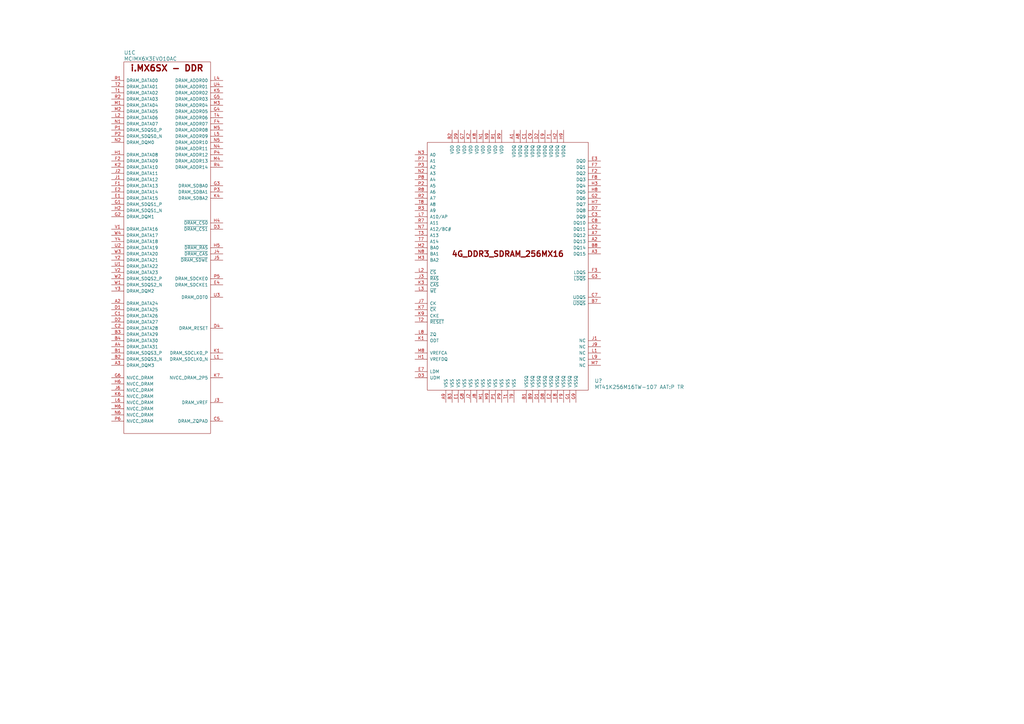
<source format=kicad_sch>
(kicad_sch (version 20210126) (generator eeschema)
  (paper "A3")
  (lib_symbols
    (symbol "symbol:4G_DDR3_SDRAM_256MX16" (pin_names (offset 1.016))
      (property "Reference" "U" (at 0 20.32 0))
      (property "Value" "4G_DDR3_SDRAM_256MX16" (at 7.62 17.78 0))
      (property "Category" "IC" (at 0 0 0))
      (symbol "4G_DDR3_SDRAM_256MX16_0_0"
        (text "4G_DDR3_SDRAM_256MX16" (at 38.1 -40.64 0) (effects (font (size 2.286 2.286) bold)))
      )
      (symbol "4G_DDR3_SDRAM_256MX16_1_1"
        (rectangle (start 5.08 5.08) (end 71.12 -96.52))
        (pin passive line (at 40.64 10.16 270) (length 5.08) (name "VDDQ") (number "A1"))
        (pin passive line (at 76.2 -35.56 180) (length 5.08) (name "DQ13") (number "A2"))
        (pin passive line (at 76.2 -40.64 180) (length 5.08) (name "DQ15") (number "A3"))
        (pin passive line (at 76.2 -33.02 180) (length 5.08) (name "DQ12") (number "A7"))
        (pin passive line (at 43.18 10.16 270) (length 5.08) (name "VDDQ") (number "A8"))
        (pin passive line (at 12.7 -101.6 90) (length 5.08) (name "VSS") (number "A9"))
        (pin passive line (at 45.72 -101.6 90) (length 5.08) (name "VSSQ") (number "B1"))
        (pin passive line (at 15.24 10.16 270) (length 5.08) (name "VDD") (number "B2"))
        (pin passive line (at 15.24 -101.6 90) (length 5.08) (name "VSS") (number "B3"))
        (pin passive line (at 76.2 -60.96 180) (length 5.08) (name "~UDQS") (number "B7"))
        (pin passive line (at 76.2 -38.1 180) (length 5.08) (name "DQ14") (number "B8"))
        (pin passive line (at 48.26 -101.6 90) (length 5.08) (name "VSSQ") (number "B9"))
        (pin passive line (at 45.72 10.16 270) (length 5.08) (name "VDDQ") (number "C1"))
        (pin passive line (at 76.2 -30.48 180) (length 5.08) (name "DQ11") (number "C2"))
        (pin passive line (at 76.2 -25.4 180) (length 5.08) (name "DQ9") (number "C3"))
        (pin passive line (at 76.2 -58.42 180) (length 5.08) (name "UDQS") (number "C7"))
        (pin passive line (at 76.2 -27.94 180) (length 5.08) (name "DQ10") (number "C8"))
        (pin passive line (at 48.26 10.16 270) (length 5.08) (name "VDDQ") (number "C9"))
        (pin passive line (at 50.8 -101.6 90) (length 5.08) (name "VSSQ") (number "D1"))
        (pin passive line (at 50.8 10.16 270) (length 5.08) (name "VDDQ") (number "D2"))
        (pin passive line (at 0 -91.44 0) (length 5.08) (name "UDM") (number "D3"))
        (pin passive line (at 76.2 -22.86 180) (length 5.08) (name "DQ8") (number "D7"))
        (pin passive line (at 53.34 -101.6 90) (length 5.08) (name "VSSQ") (number "D8"))
        (pin passive line (at 17.78 10.16 270) (length 5.08) (name "VDD") (number "D9"))
        (pin passive line (at 17.78 -101.6 90) (length 5.08) (name "VSS") (number "E1"))
        (pin passive line (at 55.88 -101.6 90) (length 5.08) (name "VSSQ") (number "E2"))
        (pin passive line (at 76.2 -2.54 180) (length 5.08) (name "DQ0") (number "E3"))
        (pin passive line (at 0 -88.9 0) (length 5.08) (name "LDM") (number "E7"))
        (pin passive line (at 58.42 -101.6 90) (length 5.08) (name "VSSQ") (number "E8"))
        (pin passive line (at 53.34 10.16 270) (length 5.08) (name "VDDQ") (number "E9"))
        (pin passive line (at 55.88 10.16 270) (length 5.08) (name "VDDQ") (number "F1"))
        (pin passive line (at 76.2 -7.62 180) (length 5.08) (name "DQ2") (number "F2"))
        (pin passive line (at 76.2 -48.26 180) (length 5.08) (name "LDQS") (number "F3"))
        (pin passive line (at 76.2 -5.08 180) (length 5.08) (name "DQ1") (number "F7"))
        (pin passive line (at 76.2 -10.16 180) (length 5.08) (name "DQ3") (number "F8"))
        (pin passive line (at 60.96 -101.6 90) (length 5.08) (name "VSSQ") (number "F9"))
        (pin passive line (at 63.5 -101.6 90) (length 5.08) (name "VSSQ") (number "G1"))
        (pin passive line (at 76.2 -17.78 180) (length 5.08) (name "DQ6") (number "G2"))
        (pin passive line (at 76.2 -50.8 180) (length 5.08) (name "~LDQS") (number "G3"))
        (pin passive line (at 20.32 10.16 270) (length 5.08) (name "VDD") (number "G7"))
        (pin passive line (at 20.32 -101.6 90) (length 5.08) (name "VSS") (number "G8"))
        (pin passive line (at 66.04 -101.6 90) (length 5.08) (name "VSSQ") (number "G9"))
        (pin passive line (at 0 -83.82 0) (length 5.08) (name "VREFDQ") (number "H1"))
        (pin passive line (at 58.42 10.16 270) (length 5.08) (name "VDDQ") (number "H2"))
        (pin passive line (at 76.2 -12.7 180) (length 5.08) (name "DQ4") (number "H3"))
        (pin passive line (at 76.2 -20.32 180) (length 5.08) (name "DQ7") (number "H7"))
        (pin passive line (at 76.2 -15.24 180) (length 5.08) (name "DQ5") (number "H8"))
        (pin passive line (at 60.96 10.16 270) (length 5.08) (name "VDDQ") (number "H9"))
        (pin passive line (at 76.2 -76.2 180) (length 5.08) (name "NC") (number "J1"))
        (pin passive line (at 22.86 -101.6 90) (length 5.08) (name "VSS") (number "J2"))
        (pin passive line (at 0 -50.8 0) (length 5.08) (name "~RAS") (number "J3"))
        (pin passive line (at 0 -60.96 0) (length 5.08) (name "CK") (number "J7"))
        (pin passive line (at 25.4 -101.6 90) (length 5.08) (name "VSS") (number "J8"))
        (pin passive line (at 76.2 -78.74 180) (length 5.08) (name "NC") (number "J9"))
        (pin passive line (at 0 -76.2 0) (length 5.08) (name "ODT") (number "K1"))
        (pin passive line (at 22.86 10.16 270) (length 5.08) (name "VDD") (number "K2"))
        (pin passive line (at 0 -53.34 0) (length 5.08) (name "~CAS") (number "K3"))
        (pin passive line (at 0 -63.5 0) (length 5.08) (name "~CK") (number "K7"))
        (pin passive line (at 25.4 10.16 270) (length 5.08) (name "VDD") (number "K8"))
        (pin passive line (at 0 -66.04 0) (length 5.08) (name "CKE") (number "K9"))
        (pin passive line (at 76.2 -81.28 180) (length 5.08) (name "NC") (number "L1"))
        (pin passive line (at 0 -48.26 0) (length 5.08) (name "~CS") (number "L2"))
        (pin passive line (at 0 -55.88 0) (length 5.08) (name "~WE") (number "L3"))
        (pin passive line (at 0 -25.4 0) (length 5.08) (name "A10/AP") (number "L7"))
        (pin passive line (at 0 -73.66 0) (length 5.08) (name "ZQ") (number "L8"))
        (pin passive line (at 76.2 -83.82 180) (length 5.08) (name "NC") (number "L9"))
        (pin passive line (at 27.94 -101.6 90) (length 5.08) (name "VSS") (number "M1"))
        (pin passive line (at 0 -38.1 0) (length 5.08) (name "BA0") (number "M2"))
        (pin passive line (at 0 -43.18 0) (length 5.08) (name "BA2") (number "M3"))
        (pin passive line (at 76.2 -86.36 180) (length 5.08) (name "NC") (number "M7"))
        (pin passive line (at 0 -81.28 0) (length 5.08) (name "VREFCA") (number "M8"))
        (pin passive line (at 30.48 -101.6 90) (length 5.08) (name "VSS") (number "M9"))
        (pin passive line (at 27.94 10.16 270) (length 5.08) (name "VDD") (number "N1"))
        (pin passive line (at 0 -7.62 0) (length 5.08) (name "A3") (number "N2"))
        (pin passive line (at 0 0 0) (length 5.08) (name "A0") (number "N3"))
        (pin passive line (at 0 -30.48 0) (length 5.08) (name "A12/BC#") (number "N7"))
        (pin passive line (at 0 -40.64 0) (length 5.08) (name "BA1") (number "N8"))
        (pin passive line (at 30.48 10.16 270) (length 5.08) (name "VDD") (number "N9"))
        (pin passive line (at 33.02 -101.6 90) (length 5.08) (name "VSS") (number "P1"))
        (pin passive line (at 0 -12.7 0) (length 5.08) (name "A5") (number "P2"))
        (pin passive line (at 0 -5.08 0) (length 5.08) (name "A2") (number "P3"))
        (pin passive line (at 0 -2.54 0) (length 5.08) (name "A1") (number "P7"))
        (pin passive line (at 0 -10.16 0) (length 5.08) (name "A4") (number "P8"))
        (pin passive line (at 35.56 -101.6 90) (length 5.08) (name "VSS") (number "P9"))
        (pin passive line (at 33.02 10.16 270) (length 5.08) (name "VDD") (number "R1"))
        (pin passive line (at 0 -17.78 0) (length 5.08) (name "A7") (number "R2"))
        (pin passive line (at 0 -22.86 0) (length 5.08) (name "A9") (number "R3"))
        (pin passive line (at 0 -27.94 0) (length 5.08) (name "A11") (number "R7"))
        (pin passive line (at 0 -15.24 0) (length 5.08) (name "A6") (number "R8"))
        (pin passive line (at 35.56 10.16 270) (length 5.08) (name "VDD") (number "R9"))
        (pin passive line (at 38.1 -101.6 90) (length 5.08) (name "VSS") (number "T1"))
        (pin passive line (at 0 -68.58 0) (length 5.08) (name "~RESET") (number "T2"))
        (pin passive line (at 0 -33.02 0) (length 5.08) (name "A13") (number "T3"))
        (pin passive line (at 0 -35.56 0) (length 5.08) (name "A14") (number "T7"))
        (pin passive line (at 0 -20.32 0) (length 5.08) (name "A8") (number "T8"))
        (pin passive line (at 40.64 -101.6 90) (length 5.08) (name "VSS") (number "T9"))
      )
    )
    (symbol "symbol:iMX6SoloX_17x17_NP_BGA400" (pin_names (offset 1.016))
      (property "Reference" "U" (at 5.08 6.35 0))
      (property "Value" "iMX6SoloX_17x17_NP_BGA400" (at 5.08 3.81 0))
      (symbol "iMX6SoloX_17x17_NP_BGA400_1_0"
        (text "i.MX6SX - POWER" (at 7.62 0 0) (effects (font (size 2.54 2.54) bold) (justify left)))
        (text "LDO_1P1" (at 35.56 -78.74 0) (effects (font (size 1.27 1.27))))
        (text "LDO_2P5" (at 35.56 -71.12 0) (effects (font (size 1.27 1.27))))
        (text "LDO_ARM" (at 33.02 -10.16 0) (effects (font (size 1.27 1.27))))
        (text "LDO_PCIE" (at 35.56 -63.5 0) (effects (font (size 1.27 1.27))))
        (text "LDO_SNSV" (at 35.56 -86.36 0) (effects (font (size 1.27 1.27))))
        (text "LDO_SOC" (at 33.02 -35.56 0) (effects (font (size 1.27 1.27))))
        (rectangle (start 27.94 -33.02) (end 38.1 -38.1) (stroke (width 0.0006)))
        (rectangle (start 27.94 -7.62) (end 38.1 -12.7) (stroke (width 0.0006)))
        (rectangle (start 30.48 -83.82) (end 40.64 -88.9) (stroke (width 0.0006)))
        (rectangle (start 30.48 -76.2) (end 40.64 -81.28) (stroke (width 0.0006)))
        (rectangle (start 30.48 -68.58) (end 40.64 -73.66) (stroke (width 0.0006)))
        (rectangle (start 30.48 -60.96) (end 40.64 -66.04) (stroke (width 0.0006)))
        (polyline (pts (xy 20.32 -86.36) (xy 30.48 -86.36)) (stroke (width 0.0006)))
        (polyline (pts (xy 20.32 -71.12) (xy 30.48 -71.12)) (stroke (width 0.0006)))
        (polyline (pts (xy 20.32 -35.56) (xy 27.94 -35.56)) (stroke (width 0.0006)))
        (polyline (pts (xy 20.32 -10.16) (xy 27.94 -10.16)) (stroke (width 0.0006)))
        (polyline (pts (xy 22.86 -78.74) (xy 22.86 -71.12)) (stroke (width 0.0006)))
        (polyline (pts (xy 22.86 -78.74) (xy 30.48 -78.74)) (stroke (width 0.0006)))
        (polyline (pts (xy 22.86 -63.5) (xy 22.86 -35.56)) (stroke (width 0.0006)))
        (polyline (pts (xy 22.86 -63.5) (xy 30.48 -63.5)) (stroke (width 0.0006)))
        (polyline (pts (xy 38.1 -35.56) (xy 45.72 -35.56)) (stroke (width 0.0006)))
        (polyline (pts (xy 38.1 -10.16) (xy 45.72 -10.16)) (stroke (width 0.0006)))
        (polyline (pts (xy 40.64 -86.36) (xy 48.26 -86.36)) (stroke (width 0.0006)))
        (polyline (pts (xy 40.64 -78.74) (xy 48.26 -78.74)) (stroke (width 0.0006)))
        (polyline (pts (xy 40.64 -71.12) (xy 45.72 -71.12)) (stroke (width 0.0006)))
        (polyline (pts (xy 40.64 -63.5) (xy 48.26 -63.5)) (stroke (width 0.0006)))
        (polyline (pts (xy 17.78 -66.04) (xy 20.32 -66.04) (xy 20.32 -76.2) (xy 17.78 -76.2)) (stroke (width 0.0006)))
        (polyline (pts (xy 17.78 -27.94) (xy 20.32 -27.94) (xy 20.32 -48.26) (xy 17.78 -48.26)) (stroke (width 0.0006)))
        (polyline (pts (xy 17.78 -5.08) (xy 20.32 -5.08) (xy 20.32 -17.78) (xy 17.78 -17.78)) (stroke (width 0.0006)))
        (polyline (pts (xy 48.26 -68.58) (xy 45.72 -68.58) (xy 45.72 -73.66) (xy 48.26 -73.66)) (stroke (width 0.0006)))
        (polyline (pts (xy 48.26 -27.94) (xy 45.72 -27.94) (xy 45.72 -58.42) (xy 48.26 -58.42)) (stroke (width 0.0006)))
        (polyline (pts (xy 48.26 -2.54) (xy 45.72 -2.54) (xy 45.72 -22.86) (xy 48.26 -22.86)) (stroke (width 0.0006)))
        (polyline (pts (xy 25.4 -34.29) (xy 27.94 -35.56) (xy 25.4 -36.83) (xy 25.4 -34.29)) (stroke (width 0.0006)) (fill (type outline)))
        (polyline (pts (xy 25.4 -8.89) (xy 27.94 -10.16) (xy 25.4 -11.43) (xy 25.4 -8.89)) (stroke (width 0.0006)) (fill (type outline)))
        (polyline (pts (xy 27.94 -85.09) (xy 30.48 -86.36) (xy 27.94 -87.63) (xy 27.94 -85.09)) (stroke (width 0.0006)) (fill (type outline)))
        (polyline (pts (xy 27.94 -77.47) (xy 30.48 -78.74) (xy 27.94 -80.01) (xy 27.94 -77.47)) (stroke (width 0.0006)) (fill (type outline)))
        (polyline (pts (xy 27.94 -69.85) (xy 30.48 -71.12) (xy 27.94 -72.39) (xy 27.94 -69.85)) (stroke (width 0.0006)) (fill (type outline)))
        (polyline (pts (xy 27.94 -62.23) (xy 30.48 -63.5) (xy 27.94 -64.77) (xy 27.94 -62.23)) (stroke (width 0.0006)) (fill (type outline)))
        (polyline (pts (xy 45.72 -71.12) (xy 43.18 -69.85) (xy 43.18 -72.39) (xy 45.72 -71.12)) (stroke (width 0.0006)) (fill (type outline)))
        (polyline (pts (xy 45.72 -35.56) (xy 43.18 -34.29) (xy 43.18 -36.83) (xy 45.72 -35.56)) (stroke (width 0.0006)) (fill (type outline)))
        (polyline (pts (xy 45.72 -10.16) (xy 43.18 -8.89) (xy 43.18 -11.43) (xy 45.72 -10.16)) (stroke (width 0.0006)) (fill (type outline)))
        (polyline (pts (xy 48.26 -86.36) (xy 45.72 -85.09) (xy 45.72 -87.63) (xy 48.26 -86.36)) (stroke (width 0.0006)) (fill (type outline)))
        (polyline (pts (xy 48.26 -63.5) (xy 45.72 -62.23) (xy 45.72 -64.77) (xy 48.26 -63.5)) (stroke (width 0.0006)) (fill (type outline)))
        (polyline (pts (xy 50.8 -78.74) (xy 48.26 -77.47) (xy 48.26 -80.01) (xy 50.8 -78.74)) (stroke (width 0.0006)) (fill (type outline)))
      )
      (symbol "iMX6SoloX_17x17_NP_BGA400_1_1"
        (rectangle (start 5.08 2.54) (end 63.5 -182.88))
        (pin passive line (at 0 -93.98 0) (length 5.08) (name "GND") (number "A1"))
        (pin passive line (at 0 -96.52 0) (length 5.08) (name "GND") (number "A20"))
        (pin passive line (at 68.58 -2.54 180) (length 5.08) (name "VDD_ARM_CAP") (number "C16"))
        (pin passive line (at 0 -104.14 0) (length 5.08) (name "GND") (number "C18"))
        (pin passive line (at 0 -99.06 0) (length 5.08) (name "GND") (number "C3"))
        (pin passive line (at 0 -101.6 0) (length 5.08) (name "GND") (number "C4"))
        (pin passive line (at 0 -27.94 0) (length 5.08) (name "VDD_SOC_IN") (number "C7"))
        (pin passive line (at 0 -30.48 0) (length 5.08) (name "VDD_SOC_IN") (number "C8"))
        (pin passive line (at 0 -111.76 0) (length 5.08) (name "GND") (number "D12"))
        (pin passive line (at 0 -114.3 0) (length 5.08) (name "GND") (number "D15"))
        (pin passive line (at 68.58 -5.08 180) (length 5.08) (name "VDD_ARM_CAP") (number "D16"))
        (pin passive line (at 0 -106.68 0) (length 5.08) (name "GND") (number "D6"))
        (pin passive line (at 0 -109.22 0) (length 5.08) (name "GND") (number "D9"))
        (pin passive line (at 0 -116.84 0) (length 5.08) (name "GND") (number "E3"))
        (pin passive line (at 0 -124.46 0) (length 5.08) (name "GND") (number "F17"))
        (pin passive line (at 0 -119.38 0) (length 5.08) (name "GND") (number "F3"))
        (pin passive line (at 0 -121.92 0) (length 5.08) (name "GND") (number "F5"))
        (pin passive line (at 0 -134.62 0) (length 5.08) (name "GND") (number "G10"))
        (pin passive line (at 0 -137.16 0) (length 5.08) (name "GND") (number "G11"))
        (pin passive line (at 0 -139.7 0) (length 5.08) (name "GND") (number "G12"))
        (pin passive line (at 0 -142.24 0) (length 5.08) (name "GND") (number "G13"))
        (pin passive line (at 0 -144.78 0) (length 5.08) (name "GND") (number "G14"))
        (pin passive line (at 0 -127 0) (length 5.08) (name "GND") (number "G7"))
        (pin passive line (at 0 -129.54 0) (length 5.08) (name "GND") (number "G8"))
        (pin passive line (at 0 -132.08 0) (length 5.08) (name "GND") (number "G9"))
        (pin passive line (at 68.58 -7.62 180) (length 5.08) (name "VDD_ARM_CAP") (number "H10"))
        (pin passive line (at 68.58 -10.16 180) (length 5.08) (name "VDD_ARM_CAP") (number "H11"))
        (pin passive line (at 68.58 -12.7 180) (length 5.08) (name "VDD_ARM_CAP") (number "H12"))
        (pin passive line (at 68.58 -15.24 180) (length 5.08) (name "VDD_ARM_CAP") (number "H13"))
        (pin passive line (at 0 -152.4 0) (length 5.08) (name "GND") (number "H14"))
        (pin passive line (at 0 -5.08 0) (length 5.08) (name "VDD_ARM_IN") (number "H18"))
        (pin passive line (at 0 -147.32 0) (length 5.08) (name "GND") (number "H3"))
        (pin passive line (at 0 -149.86 0) (length 5.08) (name "GND") (number "H7"))
        (pin passive line (at 68.58 -27.94 180) (length 5.08) (name "VDD_SOC_CAP") (number "H8"))
        (pin passive line (at 68.58 -30.48 180) (length 5.08) (name "VDD_SOC_CAP") (number "H9"))
        (pin passive line (at 0 -7.62 0) (length 5.08) (name "VDD_ARM_IN") (number "J10"))
        (pin passive line (at 0 -10.16 0) (length 5.08) (name "VDD_ARM_IN") (number "J11"))
        (pin passive line (at 0 -12.7 0) (length 5.08) (name "VDD_ARM_IN") (number "J12"))
        (pin passive line (at 68.58 -17.78 180) (length 5.08) (name "VDD_ARM_CAP") (number "J13"))
        (pin passive line (at 0 -157.48 0) (length 5.08) (name "GND") (number "J14"))
        (pin passive line (at 0 -160.02 0) (length 5.08) (name "GND") (number "J17"))
        (pin passive line (at 0 -154.94 0) (length 5.08) (name "GND") (number "J7"))
        (pin passive line (at 68.58 -33.02 180) (length 5.08) (name "VDD_SOC_CAP") (number "J8"))
        (pin passive line (at 0 -33.02 0) (length 5.08) (name "VDD_SOC_IN") (number "J9"))
        (pin passive line (at 0 -165.1 0) (length 5.08) (name "GND") (number "K10"))
        (pin passive line (at 0 -167.64 0) (length 5.08) (name "GND") (number "K11"))
        (pin passive line (at 0 -15.24 0) (length 5.08) (name "VDD_ARM_IN") (number "K12"))
        (pin passive line (at 68.58 -20.32 180) (length 5.08) (name "VDD_ARM_CAP") (number "K13"))
        (pin passive line (at 0 -170.18 0) (length 5.08) (name "GND") (number "K14"))
        (pin passive line (at 0 -162.56 0) (length 5.08) (name "GND") (number "K3"))
        (pin passive line (at 68.58 -35.56 180) (length 5.08) (name "VDD_SOC_CAP") (number "K8"))
        (pin passive line (at 0 -35.56 0) (length 5.08) (name "VDD_SOC_IN") (number "K9"))
        (pin passive line (at 0 -177.8 0) (length 5.08) (name "GND") (number "L10"))
        (pin passive line (at 68.58 -93.98 180) (length 5.08) (name "GND") (number "L11"))
        (pin passive line (at 0 -17.78 0) (length 5.08) (name "VDD_ARM_IN") (number "L12"))
        (pin passive line (at 68.58 -22.86 180) (length 5.08) (name "VDD_ARM_CAP") (number "L13"))
        (pin passive line (at 68.58 -96.52 180) (length 5.08) (name "GND") (number "L14"))
        (pin passive line (at 68.58 -63.5 180) (length 5.08) (name "PCIE_VP_CAP") (number "L18"))
        (pin passive line (at 0 -172.72 0) (length 5.08) (name "GND") (number "L3"))
        (pin passive line (at 0 -175.26 0) (length 5.08) (name "GND") (number "L7"))
        (pin passive line (at 68.58 -38.1 180) (length 5.08) (name "VDD_SOC_CAP") (number "L8"))
        (pin passive line (at 0 -38.1 0) (length 5.08) (name "VDD_SOC_IN") (number "L9"))
        (pin passive line (at 0 -43.18 0) (length 5.08) (name "VDD_SOC_IN") (number "M10"))
        (pin passive line (at 0 -45.72 0) (length 5.08) (name "VDD_SOC_IN") (number "M11"))
        (pin passive line (at 0 -48.26 0) (length 5.08) (name "VDD_SOC_IN") (number "M12"))
        (pin passive line (at 68.58 -43.18 180) (length 5.08) (name "VDD_SOC_CAP") (number "M13"))
        (pin passive line (at 68.58 -101.6 180) (length 5.08) (name "GND") (number "M14"))
        (pin passive line (at 68.58 -104.14 180) (length 5.08) (name "GND") (number "M17"))
        (pin passive line (at 68.58 -99.06 180) (length 5.08) (name "GND") (number "M7"))
        (pin passive line (at 68.58 -40.64 180) (length 5.08) (name "VDD_SOC_CAP") (number "M8"))
        (pin passive line (at 0 -40.64 0) (length 5.08) (name "VDD_SOC_IN") (number "M9"))
        (pin passive line (at 68.58 -50.8 180) (length 5.08) (name "VDD_SOC_CAP") (number "N10"))
        (pin passive line (at 68.58 -53.34 180) (length 5.08) (name "VDD_SOC_CAP") (number "N11"))
        (pin passive line (at 68.58 -55.88 180) (length 5.08) (name "VDD_SOC_CAP") (number "N12"))
        (pin passive line (at 68.58 -111.76 180) (length 5.08) (name "GND") (number "N13"))
        (pin passive line (at 68.58 -68.58 180) (length 5.08) (name "VDD_HIGH_CAP") (number "N17"))
        (pin passive line (at 68.58 -73.66 180) (length 5.08) (name "VDD_HIGH_CAP") (number "N18"))
        (pin passive line (at 68.58 -106.68 180) (length 5.08) (name "GND") (number "N3"))
        (pin passive line (at 68.58 -109.22 180) (length 5.08) (name "GND") (number "N7"))
        (pin passive line (at 68.58 -45.72 180) (length 5.08) (name "VDD_SOC_CAP") (number "N8"))
        (pin passive line (at 68.58 -48.26 180) (length 5.08) (name "VDD_SOC_CAP") (number "N9"))
        (pin passive line (at 68.58 -121.92 180) (length 5.08) (name "GND") (number "P10"))
        (pin passive line (at 68.58 -124.46 180) (length 5.08) (name "GND") (number "P11"))
        (pin passive line (at 68.58 -127 180) (length 5.08) (name "GND") (number "P12"))
        (pin passive line (at 68.58 -177.8 180) (length 5.08) (name "NGND_KEL0") (number "P13"))
        (pin passive line (at 0 -68.58 0) (length 5.08) (name "VDD_HIGH_IN") (number "P17"))
        (pin passive line (at 0 -73.66 0) (length 5.08) (name "VDD_HIGH_IN") (number "P18"))
        (pin passive line (at 68.58 -114.3 180) (length 5.08) (name "GND") (number "P7"))
        (pin passive line (at 68.58 -116.84 180) (length 5.08) (name "GND") (number "P8"))
        (pin passive line (at 68.58 -119.38 180) (length 5.08) (name "GND") (number "P9"))
        (pin passive line (at 68.58 -134.62 180) (length 5.08) (name "GND") (number "R17"))
        (pin passive line (at 0 -86.36 0) (length 5.08) (name "VDD_SNVS_IN") (number "R18"))
        (pin passive line (at 68.58 -137.16 180) (length 5.08) (name "GND") (number "R19"))
        (pin passive line (at 68.58 -139.7 180) (length 5.08) (name "GND") (number "R20"))
        (pin passive line (at 68.58 -129.54 180) (length 5.08) (name "GND") (number "R3"))
        (pin passive line (at 68.58 -132.08 180) (length 5.08) (name "GND") (number "R5"))
        (pin passive line (at 68.58 -86.36 180) (length 5.08) (name "VDD_SNVS_CAP") (number "T18"))
        (pin passive line (at 68.58 -142.24 180) (length 5.08) (name "GND") (number "T3"))
        (pin passive line (at 68.58 -149.86 180) (length 5.08) (name "GND") (number "U12"))
        (pin passive line (at 68.58 -152.4 180) (length 5.08) (name "GND") (number "U15"))
        (pin passive line (at 68.58 -78.74 180) (length 5.08) (name "NVCC_PLL") (number "U18"))
        (pin passive line (at 68.58 -154.94 180) (length 5.08) (name "GND") (number "U19"))
        (pin passive line (at 68.58 -157.48 180) (length 5.08) (name "GND") (number "U20"))
        (pin passive line (at 68.58 -144.78 180) (length 5.08) (name "GND") (number "U6"))
        (pin passive line (at 68.58 -147.32 180) (length 5.08) (name "GND") (number "U9"))
        (pin passive line (at 68.58 -165.1 180) (length 5.08) (name "GND") (number "V18"))
        (pin passive line (at 68.58 -160.02 180) (length 5.08) (name "GND") (number "V3"))
        (pin passive line (at 68.58 -162.56 180) (length 5.08) (name "GND") (number "V4"))
        (pin passive line (at 68.58 -58.42 180) (length 5.08) (name "VDD_SOC_CAP") (number "V8"))
        (pin passive line (at 68.58 -167.64 180) (length 5.08) (name "GND") (number "W18"))
        (pin passive line (at 68.58 -170.18 180) (length 5.08) (name "GND") (number "Y1"))
        (pin passive line (at 68.58 -172.72 180) (length 5.08) (name "GND") (number "Y18"))
        (pin passive line (at 68.58 -175.26 180) (length 5.08) (name "GND") (number "Y20"))
      )
      (symbol "iMX6SoloX_17x17_NP_BGA400_2_0"
        (text "i.MX6SX - CONTROL" (at 7.62 0 0) (effects (font (size 2.54 2.54) bold) (justify left)))
        (polyline (pts (xy 15.24 -50.8) (xy 20.32 -50.8) (xy 20.32 -66.04) (xy 15.24 -66.04)) (stroke (width 0.0006)))
        (polyline (pts (xy 15.24 -38.1) (xy 20.32 -38.1) (xy 20.32 -48.26) (xy 15.24 -48.26)) (stroke (width 0.0006)))
        (polyline (pts (xy 25.4 -5.08) (xy 30.48 -5.08) (xy 30.48 -33.02) (xy 25.4 -33.02)) (stroke (width 0.0006)))
        (polyline (pts (xy 38.1 -50.8) (xy 33.02 -50.8) (xy 33.02 -66.04) (xy 38.1 -66.04)) (stroke (width 0.0006)))
        (polyline (pts (xy 38.1 -25.4) (xy 33.02 -25.4) (xy 33.02 -40.64) (xy 38.1 -40.64)) (stroke (width 0.0006)))
        (polyline (pts (xy 38.1 -10.16) (xy 33.02 -10.16) (xy 33.02 -22.86) (xy 38.1 -22.86)) (stroke (width 0.0006)))
      )
      (symbol "iMX6SoloX_17x17_NP_BGA400_2_1"
        (text "NVCC_JTAG" (at 35.56 -16.51 900) (effects (font (size 1.27 1.27))))
        (text "NVCC_PLL" (at 17.78 -43.18 900) (effects (font (size 1.27 1.27))))
        (text "VDD_NVCC_CAP" (at 17.78 -58.42 900) (effects (font (size 1.27 1.27))))
        (text "VDD_SNVS_IN" (at 27.94 -17.78 900) (effects (font (size 1.27 1.27))))
        (text "VDDHIGH_CAP" (at 35.56 -33.02 900) (effects (font (size 1.27 1.27))))
        (text "VDDHIGH_IN" (at 35.56 -58.42 900) (effects (font (size 1.27 1.27))))
        (rectangle (start 5.08 2.54) (end 50.8 -68.58))
        (pin passive line (at 0 -20.32 0) (length 5.08) (name "TEST_MODE") (number "N14"))
        (pin passive line (at 0 -12.7 0) (length 5.08) (name "BOOT_MODE0") (number "N15"))
        (pin passive line (at 0 -30.48 0) (length 5.08) (name "CCM_PMIC_STBY_REQ") (number "N16"))
        (pin passive line (at 0 -15.24 0) (length 5.08) (name "BOOT_MODE1") (number "P14"))
        (pin passive line (at 0 -25.4 0) (length 5.08) (name "SNVS_TAMPER") (number "P15"))
        (pin passive line (at 0 -33.02 0) (length 5.08) (name "SNVS_PMIC_ON_REQ") (number "P16"))
        (pin passive line (at 55.88 -30.48 180) (length 5.08) (name "CCM_CLK1_N") (number "P19"))
        (pin passive line (at 55.88 -35.56 180) (length 5.08) (name "CCM_CLK1_P") (number "P20"))
        (pin passive line (at 55.88 -15.24 180) (length 5.08) (name "JTAG_TDI") (number "R10"))
        (pin passive line (at 55.88 -5.08 180) (length 5.08) (name "NVCC_JTAG") (number "R11"))
        (pin passive line (at 0 -5.08 0) (length 5.08) (name "ONOFF") (number "R15"))
        (pin passive line (at 0 -7.62 0) (length 5.08) (name "~POR") (number "R16"))
        (pin passive line (at 55.88 -22.86 180) (length 5.08) (name "JTAG_MOD") (number "R7"))
        (pin passive line (at 55.88 -17.78 180) (length 5.08) (name "JTAG_TDO") (number "R8"))
        (pin passive line (at 55.88 -10.16 180) (length 5.08) (name "JTAG_TCK") (number "R9"))
        (pin passive line (at 55.88 -12.7 180) (length 5.08) (name "JTAG_TMS") (number "T10"))
        (pin passive line (at 55.88 -53.34 180) (length 5.08) (name "CCM_CLK2") (number "T14"))
        (pin passive line (at 55.88 -63.5 180) (length 5.08) (name "GPANAIO") (number "T15"))
        (pin passive line (at 0 -40.64 0) (length 5.08) (name "XTALI") (number "T19"))
        (pin passive line (at 0 -45.72 0) (length 5.08) (name "XTALO") (number "T20"))
        (pin passive line (at 55.88 -20.32 180) (length 5.08) (name "~JTAG_TRST") (number "T9"))
        (pin passive line (at 0 -55.88 0) (length 5.08) (name "RTC_XTALI") (number "V19"))
        (pin passive line (at 0 -60.96 0) (length 5.08) (name "RTC_XTALO") (number "V20"))
      )
      (symbol "iMX6SoloX_17x17_NP_BGA400_3_0"
        (text "i.MX6SX - DDR" (at 7.62 0 0) (effects (font (size 2.54 2.54) bold) (justify left)))
      )
      (symbol "iMX6SoloX_17x17_NP_BGA400_3_1"
        (rectangle (start 5.08 2.54) (end 40.64 -149.86))
        (pin passive line (at 0 -96.52 0) (length 5.08) (name "DRAM_DATA24") (number "A2"))
        (pin passive line (at 0 -121.92 0) (length 5.08) (name "DRAM_DQM3") (number "A3"))
        (pin passive line (at 0 -114.3 0) (length 5.08) (name "DRAM_DATA31") (number "A4"))
        (pin passive line (at 0 -116.84 0) (length 5.08) (name "DRAM_SDQS3_P") (number "B1"))
        (pin passive line (at 0 -119.38 0) (length 5.08) (name "DRAM_SDQS3_N") (number "B2"))
        (pin passive line (at 0 -109.22 0) (length 5.08) (name "DRAM_DATA29") (number "B3"))
        (pin passive line (at 0 -111.76 0) (length 5.08) (name "DRAM_DATA30") (number "B4"))
        (pin passive line (at 0 -101.6 0) (length 5.08) (name "DRAM_DATA26") (number "C1"))
        (pin passive line (at 0 -106.68 0) (length 5.08) (name "DRAM_DATA28") (number "C2"))
        (pin passive line (at 45.72 -144.78 180) (length 5.08) (name "DRAM_ZQPAD") (number "C5"))
        (pin passive line (at 0 -99.06 0) (length 5.08) (name "DRAM_DATA25") (number "D1"))
        (pin passive line (at 0 -104.14 0) (length 5.08) (name "DRAM_DATA27") (number "D2"))
        (pin passive line (at 45.72 -66.04 180) (length 5.08) (name "~DRAM_CS1") (number "D3"))
        (pin passive line (at 45.72 -106.68 180) (length 5.08) (name "DRAM_RESET") (number "D4"))
        (pin passive line (at 0 -53.34 0) (length 5.08) (name "DRAM_DATA15") (number "E1"))
        (pin passive line (at 0 -50.8 0) (length 5.08) (name "DRAM_DATA14") (number "E2"))
        (pin passive line (at 45.72 -88.9 180) (length 5.08) (name "DRAM_SDCKE1") (number "E4"))
        (pin passive line (at 0 -48.26 0) (length 5.08) (name "DRAM_DATA13") (number "F1"))
        (pin passive line (at 0 -38.1 0) (length 5.08) (name "DRAM_DATA09") (number "F2"))
        (pin passive line (at 45.72 -22.86 180) (length 5.08) (name "DRAM_ADDR07") (number "F4"))
        (pin passive line (at 0 -55.88 0) (length 5.08) (name "DRAM_SDQS1_P") (number "G1"))
        (pin passive line (at 0 -60.96 0) (length 5.08) (name "DRAM_DQM1") (number "G2"))
        (pin passive line (at 45.72 -48.26 180) (length 5.08) (name "DRAM_SDBA0") (number "G3"))
        (pin passive line (at 45.72 -17.78 180) (length 5.08) (name "DRAM_ADDR05") (number "G4"))
        (pin passive line (at 45.72 -12.7 180) (length 5.08) (name "DRAM_ADDR03") (number "G5"))
        (pin passive line (at 0 -127 0) (length 5.08) (name "NVCC_DRAM") (number "G6"))
        (pin passive line (at 0 -35.56 0) (length 5.08) (name "DRAM_DATA08") (number "H1"))
        (pin passive line (at 0 -58.42 0) (length 5.08) (name "DRAM_SDQS1_N") (number "H2"))
        (pin passive line (at 45.72 -63.5 180) (length 5.08) (name "~DRAM_CS0") (number "H4"))
        (pin passive line (at 45.72 -73.66 180) (length 5.08) (name "~DRAM_RAS") (number "H5"))
        (pin passive line (at 0 -129.54 0) (length 5.08) (name "NVCC_DRAM") (number "H6"))
        (pin passive line (at 0 -45.72 0) (length 5.08) (name "DRAM_DATA12") (number "J1"))
        (pin passive line (at 0 -43.18 0) (length 5.08) (name "DRAM_DATA11") (number "J2"))
        (pin passive line (at 45.72 -137.16 180) (length 5.08) (name "DRAM_VREF") (number "J3"))
        (pin passive line (at 45.72 -76.2 180) (length 5.08) (name "~DRAM_CAS") (number "J4"))
        (pin passive line (at 45.72 -78.74 180) (length 5.08) (name "~DRAM_SDWE") (number "J5"))
        (pin passive line (at 0 -132.08 0) (length 5.08) (name "NVCC_DRAM") (number "J6"))
        (pin passive line (at 45.72 -116.84 180) (length 5.08) (name "DRAM_SDCLK0_P") (number "K1"))
        (pin passive line (at 0 -40.64 0) (length 5.08) (name "DRAM_DATA10") (number "K2"))
        (pin passive line (at 45.72 -53.34 180) (length 5.08) (name "DRAM_SDBA2") (number "K4"))
        (pin passive line (at 45.72 -10.16 180) (length 5.08) (name "DRAM_ADDR02") (number "K5"))
        (pin passive line (at 0 -134.62 0) (length 5.08) (name "NVCC_DRAM") (number "K6"))
        (pin passive line (at 45.72 -127 180) (length 5.08) (name "NVCC_DRAM_2P5") (number "K7"))
        (pin passive line (at 45.72 -119.38 180) (length 5.08) (name "DRAM_SDCLK0_N") (number "L1"))
        (pin passive line (at 0 -20.32 0) (length 5.08) (name "DRAM_DATA06") (number "L2"))
        (pin passive line (at 45.72 -5.08 180) (length 5.08) (name "DRAM_ADDR00") (number "L4"))
        (pin passive line (at 45.72 -27.94 180) (length 5.08) (name "DRAM_ADDR09") (number "L5"))
        (pin passive line (at 0 -137.16 0) (length 5.08) (name "NVCC_DRAM") (number "L6"))
        (pin passive line (at 0 -15.24 0) (length 5.08) (name "DRAM_DATA04") (number "M1"))
        (pin passive line (at 0 -17.78 0) (length 5.08) (name "DRAM_DATA05") (number "M2"))
        (pin passive line (at 45.72 -15.24 180) (length 5.08) (name "DRAM_ADDR04") (number "M3"))
        (pin passive line (at 45.72 -38.1 180) (length 5.08) (name "DRAM_ADDR13") (number "M4"))
        (pin passive line (at 45.72 -25.4 180) (length 5.08) (name "DRAM_ADDR08") (number "M5"))
        (pin passive line (at 0 -139.7 0) (length 5.08) (name "NVCC_DRAM") (number "M6"))
        (pin passive line (at 0 -22.86 0) (length 5.08) (name "DRAM_DATA07") (number "N1"))
        (pin passive line (at 0 -30.48 0) (length 5.08) (name "DRAM_DQM0") (number "N2"))
        (pin passive line (at 45.72 -33.02 180) (length 5.08) (name "DRAM_ADDR11") (number "N4"))
        (pin passive line (at 45.72 -30.48 180) (length 5.08) (name "DRAM_ADDR10") (number "N5"))
        (pin passive line (at 0 -142.24 0) (length 5.08) (name "NVCC_DRAM") (number "N6"))
        (pin passive line (at 0 -25.4 0) (length 5.08) (name "DRAM_SDQS0_P") (number "P1"))
        (pin passive line (at 0 -27.94 0) (length 5.08) (name "DRAM_SDQS0_N") (number "P2"))
        (pin passive line (at 45.72 -50.8 180) (length 5.08) (name "DRAM_SDBA1") (number "P3"))
        (pin passive line (at 45.72 -35.56 180) (length 5.08) (name "DRAM_ADDR12") (number "P4"))
        (pin passive line (at 45.72 -86.36 180) (length 5.08) (name "DRAM_SDCKE0") (number "P5"))
        (pin passive line (at 0 -144.78 0) (length 5.08) (name "NVCC_DRAM") (number "P6"))
        (pin passive line (at 0 -5.08 0) (length 5.08) (name "DRAM_DATA00") (number "R1"))
        (pin passive line (at 0 -12.7 0) (length 5.08) (name "DRAM_DATA03") (number "R2"))
        (pin passive line (at 45.72 -40.64 180) (length 5.08) (name "DRAM_ADDR14") (number "R4"))
        (pin passive line (at 0 -10.16 0) (length 5.08) (name "DRAM_DATA02") (number "T1"))
        (pin passive line (at 0 -7.62 0) (length 5.08) (name "DRAM_DATA01") (number "T2"))
        (pin passive line (at 45.72 -20.32 180) (length 5.08) (name "DRAM_ADDR06") (number "T4"))
        (pin passive line (at 0 -81.28 0) (length 5.08) (name "DRAM_DATA22") (number "U1"))
        (pin passive line (at 0 -73.66 0) (length 5.08) (name "DRAM_DATA19") (number "U2"))
        (pin passive line (at 45.72 -93.98 180) (length 5.08) (name "DRAM_ODT0") (number "U3"))
        (pin passive line (at 45.72 -7.62 180) (length 5.08) (name "DRAM_ADDR01") (number "U4"))
        (pin passive line (at 0 -66.04 0) (length 5.08) (name "DRAM_DATA16") (number "V1"))
        (pin passive line (at 0 -83.82 0) (length 5.08) (name "DRAM_DATA23") (number "V2"))
        (pin passive line (at 0 -88.9 0) (length 5.08) (name "DRAM_SDQS2_N") (number "W1"))
        (pin passive line (at 0 -86.36 0) (length 5.08) (name "DRAM_SDQS2_P") (number "W2"))
        (pin passive line (at 0 -76.2 0) (length 5.08) (name "DRAM_DATA20") (number "W3"))
        (pin passive line (at 0 -68.58 0) (length 5.08) (name "DRAM_DATA17") (number "W4"))
        (pin passive line (at 0 -78.74 0) (length 5.08) (name "DRAM_DATA21") (number "Y2"))
        (pin passive line (at 0 -91.44 0) (length 5.08) (name "DRAM_DQM2") (number "Y3"))
        (pin passive line (at 0 -71.12 0) (length 5.08) (name "DRAM_DATA18") (number "Y4"))
      )
      (symbol "iMX6SoloX_17x17_NP_BGA400_4_0"
        (text "i.MX6SX - LCD1" (at 7.62 0 0) (effects (font (size 2.54 2.54) bold) (justify left)))
        (polyline (pts (xy 25.4 -5.08) (xy 20.32 -5.08) (xy 20.32 -81.28) (xy 25.4 -81.28)) (stroke (width 0.0006)))
      )
      (symbol "iMX6SoloX_17x17_NP_BGA400_4_1"
        (text "NVCC_LCD1" (at 22.86 -40.64 900) (effects (font (size 1.27 1.27))))
        (rectangle (start 5.08 2.54) (end 40.64 -86.36))
        (pin passive line (at 45.72 -81.28 180) (length 5.08) (name "LCD1_DATA23") (number "G16"))
        (pin passive line (at 45.72 -76.2 180) (length 5.08) (name "LCD1_DATA21") (number "G17"))
        (pin passive line (at 0 -5.08 0) (length 5.08) (name "NVCC_LCD1") (number "H15"))
        (pin passive line (at 45.72 -60.96 180) (length 5.08) (name "LCD1_DATA15") (number "H16"))
        (pin passive line (at 45.72 -73.66 180) (length 5.08) (name "LCD1_DATA20") (number "H17"))
        (pin passive line (at 45.72 -78.74 180) (length 5.08) (name "LCD1_DATA22") (number "H19"))
        (pin passive line (at 45.72 -63.5 180) (length 5.08) (name "LCD1_DATA16") (number "H20"))
        (pin passive line (at 45.72 -15.24 180) (length 5.08) (name "LCD1_VSYNC") (number "J15"))
        (pin passive line (at 45.72 -12.7 180) (length 5.08) (name "LCD1_HSYNC") (number "J16"))
        (pin passive line (at 45.72 -17.78 180) (length 5.08) (name "LCD1_RESET") (number "J18"))
        (pin passive line (at 45.72 -10.16 180) (length 5.08) (name "LCD1_ENABLE") (number "J19"))
        (pin passive line (at 45.72 -71.12 180) (length 5.08) (name "LCD1_DATA19") (number "J20"))
        (pin passive line (at 45.72 -55.88 180) (length 5.08) (name "LCD1_DATA13") (number "K15"))
        (pin passive line (at 45.72 -53.34 180) (length 5.08) (name "LCD1_DATA12") (number "K16"))
        (pin passive line (at 45.72 -58.42 180) (length 5.08) (name "LCD1_DATA14") (number "K17"))
        (pin passive line (at 45.72 -43.18 180) (length 5.08) (name "LCD1_DATA08") (number "K18"))
        (pin passive line (at 45.72 -66.04 180) (length 5.08) (name "LCD1_DATA17") (number "K19"))
        (pin passive line (at 45.72 -68.58 180) (length 5.08) (name "LCD1_DATA18") (number "K20"))
        (pin passive line (at 45.72 -50.8 180) (length 5.08) (name "LCD1_DATA11") (number "L15"))
        (pin passive line (at 45.72 -45.72 180) (length 5.08) (name "LCD1_DATA09") (number "L16"))
        (pin passive line (at 45.72 -5.08 180) (length 5.08) (name "LCD1_CLK") (number "L17"))
        (pin passive line (at 45.72 -48.26 180) (length 5.08) (name "LCD1_DATA10") (number "L19"))
        (pin passive line (at 45.72 -40.64 180) (length 5.08) (name "LCD1_DATA07") (number "L20"))
        (pin passive line (at 45.72 -38.1 180) (length 5.08) (name "LCD1_DATA06") (number "M15"))
        (pin passive line (at 45.72 -35.56 180) (length 5.08) (name "LCD1_DATA05") (number "M16"))
        (pin passive line (at 45.72 -25.4 180) (length 5.08) (name "LCD1_DATA01") (number "M18"))
        (pin passive line (at 45.72 -27.94 180) (length 5.08) (name "LCD1_DATA02") (number "M19"))
        (pin passive line (at 45.72 -22.86 180) (length 5.08) (name "LCD1_DATA00") (number "M20"))
        (pin passive line (at 45.72 -30.48 180) (length 5.08) (name "LCD1_DATA03") (number "N19"))
        (pin passive line (at 45.72 -33.02 180) (length 5.08) (name "LCD1_DATA04") (number "N20"))
      )
      (symbol "iMX6SoloX_17x17_NP_BGA400_5_0"
        (text "i.MX6SX - USB" (at 7.62 0 0) (effects (font (size 2.54 2.54) bold) (justify left)))
        (text "LDO_USB" (at 12.7 -15.24 0) (effects (font (size 1.27 1.27))))
        (rectangle (start 7.62 -12.7) (end 17.78 -17.78) (stroke (width 0.0006)))
        (polyline (pts (xy 7.62 -33.02) (xy 38.1 -33.02)) (stroke (width 0.0006)))
        (polyline (pts (xy 12.7 -22.86) (xy 12.7 -17.78)) (stroke (width 0.0006)))
        (polyline (pts (xy 12.7 -7.62) (xy 12.7 -12.7)) (stroke (width 0.0006)))
        (polyline (pts (xy 25.4 -15.24) (xy 17.78 -15.24)) (stroke (width 0.0006)))
        (polyline (pts (xy 11.43 -20.32) (xy 12.7 -17.78) (xy 13.97 -20.32) (xy 11.43 -20.32)) (stroke (width 0.0006)) (fill (type outline)))
        (polyline (pts (xy 11.43 -10.16) (xy 12.7 -12.7) (xy 13.97 -10.16) (xy 11.43 -10.16)) (stroke (width 0.0006)) (fill (type outline)))
        (polyline (pts (xy 22.86 -13.97) (xy 25.4 -15.24) (xy 22.86 -16.51) (xy 22.86 -13.97)) (stroke (width 0.0006)) (fill (type outline)))
      )
      (symbol "iMX6SoloX_17x17_NP_BGA400_5_1"
        (rectangle (start 5.08 2.54) (end 40.64 -43.18))
        (pin passive line (at 0 -5.08 0) (length 5.08) (name "USB_OTG1_VBUS") (number "T17"))
        (pin passive line (at 0 -25.4 0) (length 5.08) (name "USB_OTG2_VBUS") (number "U17"))
        (pin passive line (at 45.72 -15.24 180) (length 5.08) (name "VDD_USB_CAP") (number "V17"))
        (pin passive line (at 0 -35.56 0) (length 5.08) (name "NVCC_USB_H") (number "V5"))
        (pin passive line (at 45.72 -25.4 180) (length 5.08) (name "USB_OTG2_DN") (number "W17"))
        (pin passive line (at 45.72 -5.08 180) (length 5.08) (name "USB_OTG1_DN") (number "W19"))
        (pin passive line (at 45.72 -10.16 180) (length 5.08) (name "~USB_OTG1_CHD") (number "W20"))
        (pin passive line (at 45.72 -38.1 180) (length 5.08) (name "USB_H_STROBE") (number "W5"))
        (pin passive line (at 45.72 -27.94 180) (length 5.08) (name "USB_OTG2_DP") (number "Y17"))
        (pin passive line (at 45.72 -7.62 180) (length 5.08) (name "USB_OTG1_DP") (number "Y19"))
        (pin passive line (at 45.72 -35.56 180) (length 5.08) (name "USB_H_DATA") (number "Y5"))
      )
      (symbol "iMX6SoloX_17x17_NP_BGA400_6_0"
        (text "i.MX6SX - ADC" (at 7.62 0 0) (effects (font (size 2.54 2.54) bold) (justify left)))
        (polyline (pts (xy 27.94 -5.08) (xy 22.86 -5.08) (xy 22.86 -25.4) (xy 27.94 -25.4)) (stroke (width 0.0006)))
      )
      (symbol "iMX6SoloX_17x17_NP_BGA400_6_1"
        (text "VDDA_ADC_3P3" (at 25.4 -15.24 900) (effects (font (size 1.27 1.27))))
        (rectangle (start 5.08 2.54) (end 40.64 -30.48))
        (pin passive line (at 0 -5.08 0) (length 5.08) (name "VDDA_ADC_3P3") (number "R13"))
        (pin passive line (at 0 -25.4 0) (length 5.08) (name "ADC_VREFL") (number "R14"))
        (pin passive line (at 45.72 -22.86 180) (length 5.08) (name "ADC2_IN2") (number "T16"))
        (pin passive line (at 45.72 -25.4 180) (length 5.08) (name "ADC2_IN3") (number "U16"))
        (pin passive line (at 0 -12.7 0) (length 5.08) (name "ADC_VREFH") (number "V16"))
        (pin passive line (at 45.72 -7.62 180) (length 5.08) (name "ADC1_IN1") (number "W14"))
        (pin passive line (at 45.72 -12.7 180) (length 5.08) (name "ADC1_IN3") (number "W15"))
        (pin passive line (at 45.72 -20.32 180) (length 5.08) (name "ADC2_IN1") (number "W16"))
        (pin passive line (at 45.72 -5.08 180) (length 5.08) (name "ADC1_IN0") (number "Y14"))
        (pin passive line (at 45.72 -10.16 180) (length 5.08) (name "ADC1_IN2") (number "Y15"))
        (pin passive line (at 45.72 -17.78 180) (length 5.08) (name "ADC2_IN0") (number "Y16"))
      )
      (symbol "iMX6SoloX_17x17_NP_BGA400_7_0"
        (text "i.MX6SX - RGMII" (at 7.62 0 0) (effects (font (size 2.54 2.54) bold) (justify left)))
        (polyline (pts (xy 27.94 -50.8) (xy 22.86 -50.8) (xy 22.86 -86.36) (xy 27.94 -86.36)) (stroke (width 0.0006)))
        (polyline (pts (xy 27.94 -5.08) (xy 22.86 -5.08) (xy 22.86 -40.64) (xy 27.94 -40.64)) (stroke (width 0.0006)))
      )
      (symbol "iMX6SoloX_17x17_NP_BGA400_7_1"
        (text "NVCC_RGMII1" (at 25.4 -20.32 900) (effects (font (size 1.27 1.27))))
        (text "NVCC_RGMII2" (at 25.4 -68.58 900) (effects (font (size 1.27 1.27))))
        (rectangle (start 5.08 2.54) (end 43.18 -91.44))
        (polyline (pts (xy 7.62 -45.72) (xy 40.64 -45.72)) (stroke (width 0.0006)))
        (pin passive line (at 48.26 -63.5 180) (length 5.08) (name "RGMII2_TXC") (number "A10"))
        (pin passive line (at 48.26 -50.8 180) (length 5.08) (name "RGMII2_TD0") (number "A11"))
        (pin passive line (at 48.26 -55.88 180) (length 5.08) (name "RGMII2_TD2") (number "A12"))
        (pin passive line (at 48.26 -76.2 180) (length 5.08) (name "RGMII2_RD2") (number "A7"))
        (pin passive line (at 48.26 -71.12 180) (length 5.08) (name "RGMII2_RD0") (number "A8"))
        (pin passive line (at 48.26 -83.82 180) (length 5.08) (name "RGMII2_RXC") (number "A9"))
        (pin passive line (at 48.26 -66.04 180) (length 5.08) (name "RGMII2_TX_CTL") (number "B10"))
        (pin passive line (at 48.26 -53.34 180) (length 5.08) (name "RGMII2_TD1") (number "B11"))
        (pin passive line (at 48.26 -58.42 180) (length 5.08) (name "RGMII2_TD3") (number "B12"))
        (pin passive line (at 48.26 -78.74 180) (length 5.08) (name "RGMII2_RD3") (number "B7"))
        (pin passive line (at 48.26 -73.66 180) (length 5.08) (name "RGMII2_RD1") (number "B8"))
        (pin passive line (at 48.26 -86.36 180) (length 5.08) (name "RGMII2_RX_CTL") (number "B9"))
        (pin passive line (at 48.26 -40.64 180) (length 5.08) (name "RGMII1_RX_CTL") (number "C10"))
        (pin passive line (at 48.26 -17.78 180) (length 5.08) (name "RGMII1_TXC") (number "C11"))
        (pin passive line (at 48.26 -7.62 180) (length 5.08) (name "RGMII1_TD1") (number "C12"))
        (pin passive line (at 48.26 -27.94 180) (length 5.08) (name "RGMII1_RD1") (number "C9"))
        (pin passive line (at 48.26 -12.7 180) (length 5.08) (name "RGMII1_TD3") (number "D10"))
        (pin passive line (at 48.26 -5.08 180) (length 5.08) (name "RGMII1_TD0") (number "D11"))
        (pin passive line (at 48.26 -30.48 180) (length 5.08) (name "RGMII1_RD2") (number "D7"))
        (pin passive line (at 48.26 -25.4 180) (length 5.08) (name "RGMII1_RD0") (number "D8"))
        (pin passive line (at 48.26 -20.32 180) (length 5.08) (name "RGMII1_TX_CTL") (number "E10"))
        (pin passive line (at 48.26 -10.16 180) (length 5.08) (name "RGMII1_TD2") (number "E11"))
        (pin passive line (at 48.26 -33.02 180) (length 5.08) (name "RGMII1_RD3") (number "E8"))
        (pin passive line (at 48.26 -38.1 180) (length 5.08) (name "RGMII1_RXC") (number "E9"))
        (pin passive line (at 0 -5.08 0) (length 5.08) (name "NVCC_RGMII1") (number "F8"))
        (pin passive line (at 0 -50.8 0) (length 5.08) (name "NVCC_RGMII2") (number "F9"))
      )
      (symbol "iMX6SoloX_17x17_NP_BGA400_8_0"
        (text "i.MX6SX - SD" (at 7.62 0 0) (effects (font (size 2.54 2.54) bold) (justify left)))
        (polyline (pts (xy 25.4 -66.04) (xy 20.32 -66.04) (xy 20.32 -93.98) (xy 25.4 -93.98)) (stroke (width 0.0006)))
        (polyline (pts (xy 25.4 -30.48) (xy 20.32 -30.48) (xy 20.32 -55.88) (xy 25.4 -55.88)) (stroke (width 0.0006)))
        (polyline (pts (xy 25.4 -5.08) (xy 20.32 -5.08) (xy 20.32 -20.32) (xy 25.4 -20.32)) (stroke (width 0.0006)))
      )
      (symbol "iMX6SoloX_17x17_NP_BGA400_8_1"
        (text "NVCC_HIGH/LOW" (at 22.86 -43.18 900) (effects (font (size 1.27 1.27))))
        (text "NVCC_SD2" (at 22.86 -12.7 900) (effects (font (size 1.27 1.27))))
        (text "NVCC_SD4" (at 22.86 -81.28 900) (effects (font (size 1.27 1.27))))
        (rectangle (start 5.08 2.54) (end 38.1 -99.06))
        (polyline (pts (xy 7.62 -60.96) (xy 35.56 -60.96)) (stroke (width 0.0006)))
        (polyline (pts (xy 7.62 -25.4) (xy 35.56 -25.4)) (stroke (width 0.0006)))
        (pin passive line (at 43.18 -5.08 180) (length 5.08) (name "SD2_CLK") (number "E12"))
        (pin passive line (at 43.18 -12.7 180) (length 5.08) (name "SD2_DATA0") (number "E13"))
        (pin passive line (at 43.18 -15.24 180) (length 5.08) (name "SD2_DATA1") (number "E14"))
        (pin passive line (at 43.18 -17.78 180) (length 5.08) (name "SD2_DATA2") (number "F10"))
        (pin passive line (at 43.18 -20.32 180) (length 5.08) (name "SD2_DATA3") (number "F11"))
        (pin passive line (at 43.18 -7.62 180) (length 5.08) (name "SD2_CMD") (number "F12"))
        (pin passive line (at 0 -5.08 0) (length 5.08) (name "NVCC_SD2") (number "F13"))
        (pin passive line (at 0 -30.48 0) (length 5.08) (name "NVCC_HIGH") (number "R12"))
        (pin passive line (at 43.18 -40.64 180) (length 5.08) (name "SD3_DATA1") (number "T11"))
        (pin passive line (at 43.18 -71.12 180) (length 5.08) (name "~SD4_RESET") (number "T12"))
        (pin passive line (at 43.18 -33.02 180) (length 5.08) (name "SD3_CMD") (number "T13"))
        (pin passive line (at 43.18 -38.1 180) (length 5.08) (name "SD3_DATA0") (number "U10"))
        (pin passive line (at 43.18 -55.88 180) (length 5.08) (name "SD3_DATA7") (number "U11"))
        (pin passive line (at 43.18 -50.8 180) (length 5.08) (name "SD3_DATA5") (number "U13"))
        (pin passive line (at 43.18 -48.26 180) (length 5.08) (name "SD3_DATA4") (number "U14"))
        (pin passive line (at 0 -66.04 0) (length 5.08) (name "NVCC_SD4") (number "V10"))
        (pin passive line (at 43.18 -30.48 180) (length 5.08) (name "SD3_CLK") (number "V11"))
        (pin passive line (at 43.18 -53.34 180) (length 5.08) (name "SD3_DATA6") (number "V12"))
        (pin passive line (at 0 -50.8 0) (length 5.08) (name "NVCC_LOW") (number "V13"))
        (pin passive line (at 43.18 -45.72 180) (length 5.08) (name "SD3_DATA3") (number "V14"))
        (pin passive line (at 43.18 -43.18 180) (length 5.08) (name "SD3_DATA2") (number "V15"))
        (pin passive line (at 43.18 -93.98 180) (length 5.08) (name "SD4_DATA7") (number "W10"))
        (pin passive line (at 43.18 -66.04 180) (length 5.08) (name "SD4_CLK") (number "W11"))
        (pin passive line (at 43.18 -68.58 180) (length 5.08) (name "SD4_CMD") (number "W12"))
        (pin passive line (at 43.18 -83.82 180) (length 5.08) (name "SD4_DATA3") (number "W13"))
        (pin passive line (at 43.18 -78.74 180) (length 5.08) (name "SD4_DATA1") (number "W9"))
        (pin passive line (at 43.18 -91.44 180) (length 5.08) (name "SD4_DATA6") (number "Y10"))
        (pin passive line (at 43.18 -88.9 180) (length 5.08) (name "SD4_DATA5") (number "Y11"))
        (pin passive line (at 43.18 -86.36 180) (length 5.08) (name "SD4_DATA4") (number "Y12"))
        (pin passive line (at 43.18 -81.28 180) (length 5.08) (name "SD4_DATA2") (number "Y13"))
        (pin passive line (at 43.18 -76.2 180) (length 5.08) (name "SD4_DATA0") (number "Y9"))
      )
      (symbol "iMX6SoloX_17x17_NP_BGA400_9_0"
        (text "i.MX6SX - ENET" (at 7.62 0 0) (effects (font (size 2.54 2.54) bold) (justify left)))
        (polyline (pts (xy 25.4 -5.08) (xy 20.32 -5.08) (xy 20.32 -38.1) (xy 25.4 -38.1)) (stroke (width 0.0006)))
      )
      (symbol "iMX6SoloX_17x17_NP_BGA400_9_1"
        (text "NVCC_ENET" (at 22.86 -20.32 900) (effects (font (size 1.27 1.27))))
        (rectangle (start 5.08 2.54) (end 40.64 -43.18))
        (pin passive line (at 45.72 -22.86 180) (length 5.08) (name "ENET1_RX_CLK") (number "A5"))
        (pin passive line (at 45.72 -7.62 180) (length 5.08) (name "ENET1_MDIO") (number "A6"))
        (pin passive line (at 45.72 -12.7 180) (length 5.08) (name "ENET1_COL") (number "B5"))
        (pin passive line (at 45.72 -5.08 180) (length 5.08) (name "ENET1_MDC") (number "B6"))
        (pin passive line (at 45.72 -15.24 180) (length 5.08) (name "ENET1_CRS") (number "C6"))
        (pin passive line (at 45.72 -35.56 180) (length 5.08) (name "ENET2_TX_CLK") (number "D5"))
        (pin passive line (at 45.72 -38.1 180) (length 5.08) (name "ENET2_RX_CLK") (number "E5"))
        (pin passive line (at 45.72 -30.48 180) (length 5.08) (name "ENET2_CRS") (number "E6"))
        (pin passive line (at 45.72 -27.94 180) (length 5.08) (name "ENET2_COL") (number "E7"))
        (pin passive line (at 0 -5.08 0) (length 5.08) (name "NVCC_ENET") (number "F6"))
        (pin passive line (at 45.72 -20.32 180) (length 5.08) (name "ENET1_TX_CLK") (number "F7"))
      )
      (symbol "iMX6SoloX_17x17_NP_BGA400_10_0"
        (text "i.MX6SX - NAND" (at 7.62 0 0) (effects (font (size 2.54 2.54) bold) (justify left)))
        (polyline (pts (xy 25.4 -5.08) (xy 20.32 -5.08) (xy 20.32 -50.8) (xy 25.4 -50.8)) (stroke (width 0.0006)))
      )
      (symbol "iMX6SoloX_17x17_NP_BGA400_10_1"
        (text "NVCC_NAND" (at 22.86 -27.94 900) (effects (font (size 1.27 1.27))))
        (rectangle (start 5.08 2.54) (end 40.64 -53.34))
        (pin passive line (at 0 -5.08 0) (length 5.08) (name "NVCC_NAND") (number "R6"))
        (pin passive line (at 45.72 -43.18 180) (length 5.08) (name "NAND_DATA05") (number "T5"))
        (pin passive line (at 45.72 -48.26 180) (length 5.08) (name "NAND_DATA07") (number "T6"))
        (pin passive line (at 45.72 -20.32 180) (length 5.08) (name "~NAND_WE") (number "T7"))
        (pin passive line (at 45.72 -15.24 180) (length 5.08) (name "NAND_CLE") (number "T8"))
        (pin passive line (at 45.72 -38.1 180) (length 5.08) (name "NAND_DATA03") (number "U5"))
        (pin passive line (at 45.72 -5.08 180) (length 5.08) (name "~NAND_CE0") (number "U7"))
        (pin passive line (at 45.72 -17.78 180) (length 5.08) (name "~NAND_RE") (number "U8"))
        (pin passive line (at 45.72 -30.48 180) (length 5.08) (name "NAND_DATA00") (number "V6"))
        (pin passive line (at 45.72 -22.86 180) (length 5.08) (name "~NAND_WP") (number "V7"))
        (pin passive line (at 45.72 -7.62 180) (length 5.08) (name "~NAND_CE1") (number "V9"))
        (pin passive line (at 45.72 -12.7 180) (length 5.08) (name "NAND_ALE") (number "W6"))
        (pin passive line (at 45.72 -40.64 180) (length 5.08) (name "NAND_DATA04") (number "W7"))
        (pin passive line (at 45.72 -33.02 180) (length 5.08) (name "NAND_DATA01") (number "W8"))
        (pin passive line (at 45.72 -25.4 180) (length 5.08) (name "~NAND_READY") (number "Y6"))
        (pin passive line (at 45.72 -35.56 180) (length 5.08) (name "NAND_DATA02") (number "Y7"))
        (pin passive line (at 45.72 -45.72 180) (length 5.08) (name "NAND_DATA06") (number "Y8"))
      )
      (symbol "iMX6SoloX_17x17_NP_BGA400_11_0"
        (text "i.MX6SX - QSPI" (at 7.62 0 0) (effects (font (size 2.54 2.54) bold) (justify left)))
        (polyline (pts (xy 25.4 -5.08) (xy 20.32 -5.08) (xy 20.32 -50.8) (xy 25.4 -50.8)) (stroke (width 0.0006)))
      )
      (symbol "iMX6SoloX_17x17_NP_BGA400_11_1"
        (text "NVCC_QSPI" (at 22.86 -27.94 900) (effects (font (size 1.27 1.27))))
        (rectangle (start 5.08 2.54) (end 40.64 -55.88))
        (pin passive line (at 45.72 -12.7 180) (length 5.08) (name "QSPI1A_DQS") (number "A13"))
        (pin passive line (at 45.72 -45.72 180) (length 5.08) (name "QSPI1B_DATA1") (number "A14"))
        (pin passive line (at 45.72 -33.02 180) (length 5.08) (name "~QSPI1B_SS1") (number "A15"))
        (pin passive line (at 45.72 -38.1 180) (length 5.08) (name "QSPI1B_DQS") (number "B13"))
        (pin passive line (at 45.72 -43.18 180) (length 5.08) (name "QSPI1B_DATA0") (number "B14"))
        (pin passive line (at 45.72 -35.56 180) (length 5.08) (name "QSPI1B_SCLK") (number "B15"))
        (pin passive line (at 45.72 -50.8 180) (length 5.08) (name "QSPI1B_DATA3") (number "C13"))
        (pin passive line (at 45.72 -30.48 180) (length 5.08) (name "~QSPI1B_SS0") (number "C14"))
        (pin passive line (at 45.72 -20.32 180) (length 5.08) (name "QSPI1A_DATA1") (number "C15"))
        (pin passive line (at 45.72 -5.08 180) (length 5.08) (name "~QSPI1A_SS0") (number "C17"))
        (pin passive line (at 45.72 -48.26 180) (length 5.08) (name "QSPI1B_DATA2") (number "D13"))
        (pin passive line (at 45.72 -22.86 180) (length 5.08) (name "QSPI1A_DATA2") (number "D14"))
        (pin passive line (at 45.72 -10.16 180) (length 5.08) (name "QSPI1A_SCLK") (number "D17"))
        (pin passive line (at 45.72 -17.78 180) (length 5.08) (name "QSPI1A_DATA0") (number "E15"))
        (pin passive line (at 45.72 -25.4 180) (length 5.08) (name "QSPI1A_DATA3") (number "E16"))
        (pin passive line (at 45.72 -7.62 180) (length 5.08) (name "~QSPI1A_SS1") (number "E17"))
        (pin passive line (at 0 -5.08 0) (length 5.08) (name "NVCC_QSPI") (number "F14"))
      )
      (symbol "iMX6SoloX_17x17_NP_BGA400_12_0"
        (text "i.MX6SX - GPIO" (at 7.62 0 0) (effects (font (size 2.54 2.54) bold) (justify left)))
        (text "NVCC_GPIO1" (at 25.4 -58.42 900) (effects (font (size 1.27 1.27))))
        (polyline (pts (xy 7.62 -35.56) (xy 38.1 -35.56)) (stroke (width 0.0006)))
        (polyline (pts (xy 27.94 -40.64) (xy 22.86 -40.64) (xy 22.86 -73.66) (xy 27.94 -73.66)) (stroke (width 0.0006)))
        (polyline (pts (xy 27.94 -5.08) (xy 22.86 -5.08) (xy 22.86 -30.48) (xy 27.94 -30.48)) (stroke (width 0.0006)))
      )
      (symbol "iMX6SoloX_17x17_NP_BGA400_12_1"
        (text "NVCC_KEY" (at 25.4 -17.78 900) (effects (font (size 1.27 1.27))))
        (rectangle (start 5.08 2.54) (end 40.64 -78.74))
        (pin passive line (at 45.72 -73.66 180) (length 5.08) (name "GPIO1_IO13") (number "A16"))
        (pin passive line (at 45.72 -58.42 180) (length 5.08) (name "GPIO1_IO07") (number "A17"))
        (pin passive line (at 45.72 -50.8 180) (length 5.08) (name "GPIO1_IO04") (number "A18"))
        (pin passive line (at 45.72 -63.5 180) (length 5.08) (name "GPIO1_IO09") (number "A19"))
        (pin passive line (at 45.72 -71.12 180) (length 5.08) (name "GPIO1_IO12") (number "B16"))
        (pin passive line (at 45.72 -60.96 180) (length 5.08) (name "GPIO1_IO08") (number "B17"))
        (pin passive line (at 45.72 -53.34 180) (length 5.08) (name "GPIO1_IO05") (number "B18"))
        (pin passive line (at 45.72 -66.04 180) (length 5.08) (name "GPIO1_IO10") (number "B19"))
        (pin passive line (at 45.72 -68.58 180) (length 5.08) (name "GPIO1_IO11") (number "B20"))
        (pin passive line (at 45.72 -40.64 180) (length 5.08) (name "GPIO1_IO00") (number "C19"))
        (pin passive line (at 45.72 -45.72 180) (length 5.08) (name "GPIO1_IO02") (number "C20"))
        (pin passive line (at 45.72 -55.88 180) (length 5.08) (name "GPIO1_IO06") (number "D18"))
        (pin passive line (at 45.72 -43.18 180) (length 5.08) (name "GPIO1_IO01") (number "D19"))
        (pin passive line (at 45.72 -48.26 180) (length 5.08) (name "GPIO1_IO03") (number "D20"))
        (pin passive line (at 45.72 -22.86 180) (length 5.08) (name "KEY_ROW1") (number "E18"))
        (pin passive line (at 45.72 -15.24 180) (length 5.08) (name "KEY_COL4") (number "E19"))
        (pin passive line (at 45.72 -12.7 180) (length 5.08) (name "KEY_COL3") (number "E20"))
        (pin passive line (at 0 -40.64 0) (length 5.08) (name "NVCC_GPIO") (number "F15"))
        (pin passive line (at 45.72 -20.32 180) (length 5.08) (name "KEY_ROW0") (number "F16"))
        (pin passive line (at 45.72 -25.4 180) (length 5.08) (name "KEY_ROW2") (number "F18"))
        (pin passive line (at 45.72 -27.94 180) (length 5.08) (name "KEY_ROW3") (number "F19"))
        (pin passive line (at 45.72 -7.62 180) (length 5.08) (name "KEY_COL1") (number "F20"))
        (pin passive line (at 0 -5.08 0) (length 5.08) (name "NVCC_KEY") (number "G15"))
        (pin passive line (at 45.72 -10.16 180) (length 5.08) (name "KEY_COL2") (number "G18"))
        (pin passive line (at 45.72 -30.48 180) (length 5.08) (name "KEY_ROW4") (number "G19"))
        (pin passive line (at 45.72 -5.08 180) (length 5.08) (name "KEY_COL0") (number "G20"))
      )
    )
  )
  (symbol (lib_id "symbol:iMX6SoloX_17x17_NP_BGA400") (at 45.72 27.94 0) (unit 3)
    (property "Reference" "U1" (at 50.8 21.59 0) (effects (font (size 1.524 1.524)) (justify left)))
    (property "Value" "MCIMX6X3EVO10AC" (at 50.8 24.13 0) (effects (font (size 1.524 1.524)) (justify left)))
    (property "Category" "IC" (effects hide))
  )
  (symbol (lib_id "symbol:4G_DDR3_SDRAM_256MX16") (at 170.18 63.5 0) (unit 1)
    (property "Reference" "U?" (at 243.84 156.21 0) (effects (font (size 1.524 1.524)) (justify left)))
    (property "Value" "MT41K256M16TW-107 AAT:P TR" (at 243.84 158.75 0) (effects (font (size 1.524 1.524)) (justify left)))
    (property "Category" "IC" (effects hide))
  )
)
</source>
